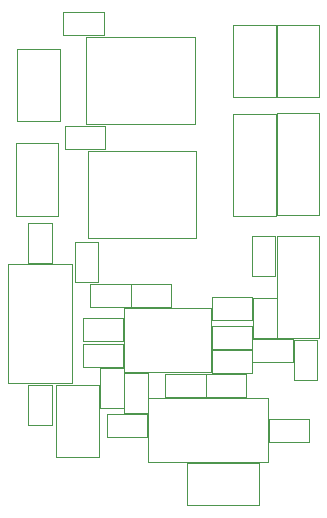
<source format=gbr>
%TF.GenerationSoftware,KiCad,Pcbnew,(6.0.8)*%
%TF.CreationDate,2022-10-15T17:18:15+02:00*%
%TF.ProjectId,Digital Delay,44696769-7461-46c2-9044-656c61792e6b,rev?*%
%TF.SameCoordinates,Original*%
%TF.FileFunction,Other,User*%
%FSLAX46Y46*%
G04 Gerber Fmt 4.6, Leading zero omitted, Abs format (unit mm)*
G04 Created by KiCad (PCBNEW (6.0.8)) date 2022-10-15 17:18:15*
%MOMM*%
%LPD*%
G01*
G04 APERTURE LIST*
%ADD10C,0.050000*%
G04 APERTURE END LIST*
D10*
%TO.C,C115*%
X60525000Y-72172000D02*
X63925000Y-72172000D01*
X63925000Y-72172000D02*
X63925000Y-74132000D01*
X60525000Y-74132000D02*
X60525000Y-72172000D01*
X63925000Y-74132000D02*
X60525000Y-74132000D01*
%TO.C,C114*%
X59218000Y-65327000D02*
X59218000Y-61927000D01*
X61178000Y-65327000D02*
X59218000Y-65327000D01*
X61178000Y-61927000D02*
X61178000Y-65327000D01*
X59218000Y-61927000D02*
X61178000Y-61927000D01*
%TO.C,J105*%
X61109000Y-54998000D02*
X61109000Y-46348000D01*
X57509000Y-46348000D02*
X57509000Y-54998000D01*
X57509000Y-54998000D02*
X61109000Y-54998000D01*
X61109000Y-46348000D02*
X57509000Y-46348000D01*
%TO.C,C107*%
X44782000Y-65623000D02*
X44782000Y-63663000D01*
X44782000Y-63663000D02*
X48182000Y-63663000D01*
X48182000Y-63663000D02*
X48182000Y-65623000D01*
X48182000Y-65623000D02*
X44782000Y-65623000D01*
%TO.C,C106*%
X40168000Y-69293000D02*
X42128000Y-69293000D01*
X40168000Y-72693000D02*
X40168000Y-69293000D01*
X42128000Y-69293000D02*
X42128000Y-72693000D01*
X42128000Y-72693000D02*
X40168000Y-72693000D01*
%TO.C,C111*%
X48296000Y-71677000D02*
X48296000Y-68277000D01*
X50256000Y-68277000D02*
X50256000Y-71677000D01*
X50256000Y-71677000D02*
X48296000Y-71677000D01*
X48296000Y-68277000D02*
X50256000Y-68277000D01*
%TO.C,J101*%
X61192000Y-56747000D02*
X61192000Y-65397000D01*
X61192000Y-65397000D02*
X64792000Y-65397000D01*
X64792000Y-56747000D02*
X61192000Y-56747000D01*
X64792000Y-65397000D02*
X64792000Y-56747000D01*
%TO.C,C101*%
X44105000Y-57228000D02*
X46065000Y-57228000D01*
X44105000Y-60628000D02*
X44105000Y-57228000D01*
X46065000Y-60628000D02*
X44105000Y-60628000D01*
X46065000Y-57228000D02*
X46065000Y-60628000D01*
%TO.C,C116*%
X50214000Y-71791000D02*
X50214000Y-73751000D01*
X46814000Y-73751000D02*
X46814000Y-71791000D01*
X50214000Y-73751000D02*
X46814000Y-73751000D01*
X46814000Y-71791000D02*
X50214000Y-71791000D01*
%TO.C,R104*%
X59104000Y-66258000D02*
X55704000Y-66258000D01*
X55704000Y-66258000D02*
X55704000Y-64298000D01*
X55704000Y-64298000D02*
X59104000Y-64298000D01*
X59104000Y-64298000D02*
X59104000Y-66258000D01*
%TO.C,J106*%
X59712000Y-79524000D02*
X59712000Y-75924000D01*
X53562000Y-75924000D02*
X53562000Y-79524000D01*
X59712000Y-75924000D02*
X53562000Y-75924000D01*
X53562000Y-79524000D02*
X59712000Y-79524000D01*
%TO.C,J103*%
X39094000Y-48868000D02*
X39094000Y-55018000D01*
X42694000Y-48868000D02*
X39094000Y-48868000D01*
X39094000Y-55018000D02*
X42694000Y-55018000D01*
X42694000Y-55018000D02*
X42694000Y-48868000D01*
%TO.C,U102*%
X45204000Y-56913000D02*
X54364000Y-56913000D01*
X54364000Y-49513000D02*
X45204000Y-49513000D01*
X45204000Y-49513000D02*
X45204000Y-56913000D01*
X54364000Y-56913000D02*
X54364000Y-49513000D01*
%TO.C,C108*%
X48224000Y-71296000D02*
X46264000Y-71296000D01*
X48224000Y-67896000D02*
X48224000Y-71296000D01*
X46264000Y-71296000D02*
X46264000Y-67896000D01*
X46264000Y-67896000D02*
X48224000Y-67896000D01*
%TO.C,C103*%
X62647000Y-65483000D02*
X64607000Y-65483000D01*
X64607000Y-68883000D02*
X62647000Y-68883000D01*
X62647000Y-68883000D02*
X62647000Y-65483000D01*
X64607000Y-65483000D02*
X64607000Y-68883000D01*
%TO.C,R106*%
X51767000Y-68362000D02*
X55167000Y-68362000D01*
X51767000Y-70322000D02*
X51767000Y-68362000D01*
X55167000Y-68362000D02*
X55167000Y-70322000D01*
X55167000Y-70322000D02*
X51767000Y-70322000D01*
%TO.C,J107*%
X42821000Y-47017000D02*
X42821000Y-40867000D01*
X39221000Y-40867000D02*
X39221000Y-47017000D01*
X39221000Y-47017000D02*
X42821000Y-47017000D01*
X42821000Y-40867000D02*
X39221000Y-40867000D01*
%TO.C,J109*%
X46123000Y-75465000D02*
X46123000Y-69315000D01*
X42523000Y-75465000D02*
X46123000Y-75465000D01*
X46123000Y-69315000D02*
X42523000Y-69315000D01*
X42523000Y-69315000D02*
X42523000Y-75465000D01*
%TO.C,J104*%
X61192000Y-38840000D02*
X61192000Y-44990000D01*
X64792000Y-44990000D02*
X64792000Y-38840000D01*
X64792000Y-38840000D02*
X61192000Y-38840000D01*
X61192000Y-44990000D02*
X64792000Y-44990000D01*
%TO.C,RV101*%
X38448000Y-69185000D02*
X43848000Y-69185000D01*
X38448000Y-59085000D02*
X38448000Y-69185000D01*
X43848000Y-59085000D02*
X38448000Y-59085000D01*
X43848000Y-69185000D02*
X43848000Y-59085000D01*
%TO.C,J108*%
X57509000Y-44985000D02*
X61109000Y-44985000D01*
X57509000Y-38835000D02*
X57509000Y-44985000D01*
X61109000Y-38835000D02*
X57509000Y-38835000D01*
X61109000Y-44985000D02*
X61109000Y-38835000D01*
%TO.C,R105*%
X59133000Y-65441000D02*
X62533000Y-65441000D01*
X59133000Y-67401000D02*
X59133000Y-65441000D01*
X62533000Y-67401000D02*
X59133000Y-67401000D01*
X62533000Y-65441000D02*
X62533000Y-67401000D01*
%TO.C,C117*%
X59104000Y-68290000D02*
X55704000Y-68290000D01*
X55704000Y-68290000D02*
X55704000Y-66330000D01*
X59104000Y-66330000D02*
X59104000Y-68290000D01*
X55704000Y-66330000D02*
X59104000Y-66330000D01*
%TO.C,U103*%
X54237000Y-39861000D02*
X45077000Y-39861000D01*
X45077000Y-39861000D02*
X45077000Y-47261000D01*
X45077000Y-47261000D02*
X54237000Y-47261000D01*
X54237000Y-47261000D02*
X54237000Y-39861000D01*
%TO.C,C105*%
X42128000Y-58977000D02*
X40168000Y-58977000D01*
X40168000Y-58977000D02*
X40168000Y-55577000D01*
X42128000Y-55577000D02*
X42128000Y-58977000D01*
X40168000Y-55577000D02*
X42128000Y-55577000D01*
%TO.C,C104*%
X55704000Y-61885000D02*
X59104000Y-61885000D01*
X55704000Y-63845000D02*
X55704000Y-61885000D01*
X59104000Y-61885000D02*
X59104000Y-63845000D01*
X59104000Y-63845000D02*
X55704000Y-63845000D01*
%TO.C,C112*%
X46531000Y-37755000D02*
X46531000Y-39715000D01*
X46531000Y-39715000D02*
X43131000Y-39715000D01*
X43131000Y-39715000D02*
X43131000Y-37755000D01*
X43131000Y-37755000D02*
X46531000Y-37755000D01*
%TO.C,U101*%
X48243000Y-62832000D02*
X48243000Y-68232000D01*
X55643000Y-68232000D02*
X55643000Y-62832000D01*
X48243000Y-68232000D02*
X55643000Y-68232000D01*
X55643000Y-62832000D02*
X48243000Y-62832000D01*
%TO.C,R102*%
X45417000Y-62702000D02*
X45417000Y-60742000D01*
X48817000Y-60742000D02*
X48817000Y-62702000D01*
X48817000Y-62702000D02*
X45417000Y-62702000D01*
X45417000Y-60742000D02*
X48817000Y-60742000D01*
%TO.C,J102*%
X64792000Y-46333000D02*
X61192000Y-46333000D01*
X64792000Y-54983000D02*
X64792000Y-46333000D01*
X61192000Y-46333000D02*
X61192000Y-54983000D01*
X61192000Y-54983000D02*
X64792000Y-54983000D01*
%TO.C,RV102*%
X60412000Y-75852000D02*
X60412000Y-70452000D01*
X50312000Y-70452000D02*
X50312000Y-75852000D01*
X60412000Y-70452000D02*
X50312000Y-70452000D01*
X50312000Y-75852000D02*
X60412000Y-75852000D01*
%TO.C,R103*%
X44782000Y-65822000D02*
X48182000Y-65822000D01*
X48182000Y-67782000D02*
X44782000Y-67782000D01*
X44782000Y-67782000D02*
X44782000Y-65822000D01*
X48182000Y-65822000D02*
X48182000Y-67782000D01*
%TO.C,C110*%
X59091000Y-56720000D02*
X61051000Y-56720000D01*
X59091000Y-60120000D02*
X59091000Y-56720000D01*
X61051000Y-56720000D02*
X61051000Y-60120000D01*
X61051000Y-60120000D02*
X59091000Y-60120000D01*
%TO.C,C118*%
X55196000Y-70322000D02*
X55196000Y-68362000D01*
X55196000Y-68362000D02*
X58596000Y-68362000D01*
X58596000Y-68362000D02*
X58596000Y-70322000D01*
X58596000Y-70322000D02*
X55196000Y-70322000D01*
%TO.C,C113*%
X43258000Y-47407000D02*
X46658000Y-47407000D01*
X43258000Y-49367000D02*
X43258000Y-47407000D01*
X46658000Y-47407000D02*
X46658000Y-49367000D01*
X46658000Y-49367000D02*
X43258000Y-49367000D01*
%TO.C,R101*%
X48846000Y-60742000D02*
X52246000Y-60742000D01*
X48846000Y-62702000D02*
X48846000Y-60742000D01*
X52246000Y-62702000D02*
X48846000Y-62702000D01*
X52246000Y-60742000D02*
X52246000Y-62702000D01*
%TD*%
M02*

</source>
